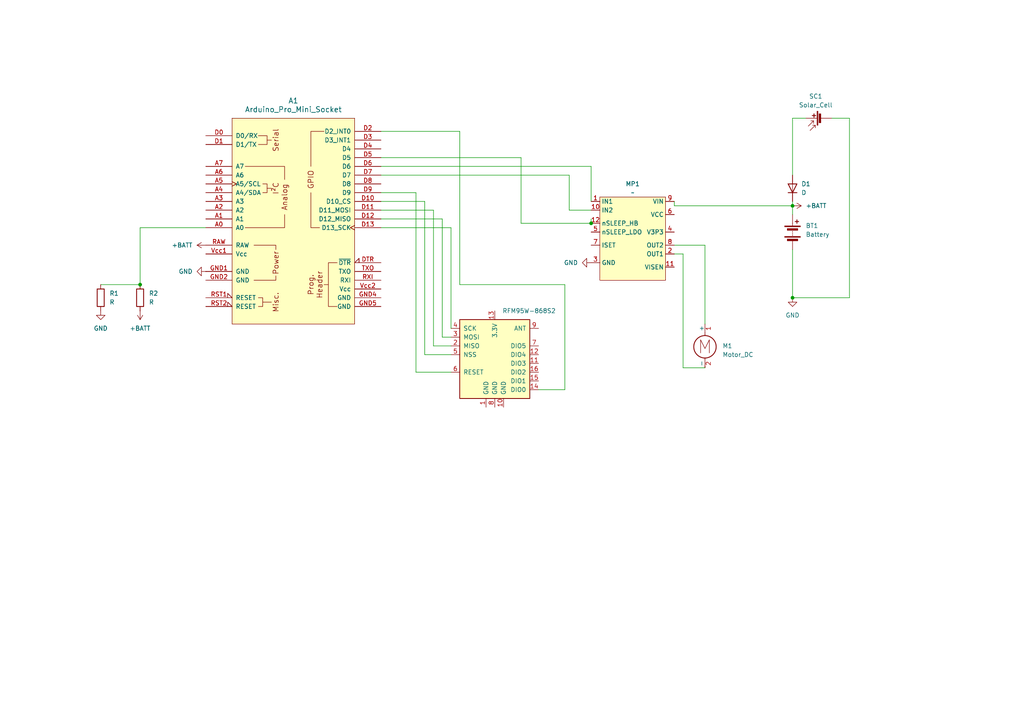
<source format=kicad_sch>
(kicad_sch (version 20231120) (generator "eeschema") (generator_version "8.0")
  (paper "A4")
  (lib_symbols
    (symbol "Device:Battery" (pin_numbers hide) (pin_names (offset 0) hide)
      (property "Reference" "BT" (at 2.54 2.54 0))
      (property "Value" "Battery" (at 2.54 0 0))
      (symbol "Battery_0_1"
        (rectangle (start -2.286 -1.27) (end 2.286 -1.524) (fill (type outline)))
        (rectangle (start -2.286 1.778) (end 2.286 1.524) (fill (type outline)))
        (rectangle (start -1.524 -2.032) (end 1.524 -2.54) (fill (type outline)))
        (rectangle (start -1.524 1.016) (end 1.524 0.508) (fill (type outline)))
        (polyline (pts (xy 0 -1.016) (xy 0 -0.762)))
        (polyline (pts (xy 0 -0.508) (xy 0 -0.254)))
        (polyline (pts (xy 0 0) (xy 0 0.254)))
        (polyline (pts (xy 0 1.778) (xy 0 2.54)))
        (polyline (pts (xy 0.762 3.048) (xy 1.778 3.048)) (stroke (width 0.254)))
        (polyline (pts (xy 1.27 3.556) (xy 1.27 2.54)) (stroke (width 0.254)))
      )
      (symbol "Battery_1_1"
        (pin passive line (at 0 5.08 270) (length 2.54) (name "+") (number "1"))
        (pin passive line (at 0 -5.08 90) (length 2.54) (name "-") (number "2"))
      )
    )
    (symbol "Device:D" (pin_numbers hide) (pin_names (offset 1.016) hide)
      (property "Reference" "D" (at 0 2.54 0))
      (property "Value" "D" (at 0 -2.54 0))
      (symbol "D_0_1"
        (polyline (pts (xy -1.27 1.27) (xy -1.27 -1.27)) (stroke (width 0.254)))
        (polyline (pts (xy 1.27 0) (xy -1.27 0)))
        (polyline (pts (xy 1.27 1.27) (xy 1.27 -1.27) (xy -1.27 0) (xy 1.27 1.27)) (stroke (width 0.254)))
      )
      (symbol "D_1_1"
        (pin passive line (at -3.81 0 0) (length 2.54) (name "K") (number "1"))
        (pin passive line (at 3.81 0 180) (length 2.54) (name "A") (number "2"))
      )
    )
    (symbol "Device:R" (pin_numbers hide) (pin_names (offset 0))
      (property "Reference" "R" (at 2.032 0 90))
      (property "Value" "R" (at 0 0 90))
      (symbol "R_0_1"
        (rectangle (start -1.016 -2.54) (end 1.016 2.54) (stroke (width 0.254)))
      )
      (symbol "R_1_1"
        (pin passive line (at 0 3.81 270) (length 1.27) (name "~") (number "1"))
        (pin passive line (at 0 -3.81 90) (length 1.27) (name "~") (number "2"))
      )
    )
    (symbol "Device:Solar_Cell" (pin_numbers hide) (pin_names (offset 0) hide)
      (property "Reference" "SC" (at 2.54 2.54 0))
      (property "Value" "Solar_Cell" (at 2.54 0 0))
      (symbol "Solar_Cell_0_1"
        (rectangle (start -2.032 1.778) (end 2.032 1.524) (fill (type outline)))
        (rectangle (start -1.3208 1.1938) (end 1.27 0.6858) (fill (type outline)))
        (polyline (pts (xy -2.032 2.286) (xy -3.556 3.81)))
        (polyline (pts (xy -0.762 2.794) (xy -2.286 4.318)))
        (polyline (pts (xy 0 0.762) (xy 0 0)))
        (polyline (pts (xy 0 1.778) (xy 0 2.54)))
        (polyline (pts (xy 0.254 2.667) (xy 1.27 2.667)) (stroke (width 0.254)))
        (polyline (pts (xy 0.762 3.175) (xy 0.762 2.159)) (stroke (width 0.254)))
        (polyline (pts (xy -2.032 3.048) (xy -2.032 2.286) (xy -2.794 2.286)))
        (polyline (pts (xy -0.762 3.556) (xy -0.762 2.794) (xy -1.524 2.794)))
      )
      (symbol "Solar_Cell_1_1"
        (pin passive line (at 0 5.08 270) (length 2.54) (name "+") (number "1"))
        (pin passive line (at 0 -2.54 90) (length 2.54) (name "-") (number "2"))
      )
    )
    (symbol "Motor:Motor_DC" (pin_names (offset 0))
      (property "Reference" "M" (at 2.54 2.54 0))
      (property "Value" "Motor_DC" (at 2.54 -5.08 0))
      (symbol "Motor_DC_0_0"
        (polyline (pts (xy -1.27 -3.302) (xy -1.27 0.508) (xy 0 -2.032) (xy 1.27 0.508) (xy 1.27 -3.302)))
      )
      (symbol "Motor_DC_0_1"
        (circle (center 0 -1.524) (radius 3.2512) (stroke (width 0.254)))
        (polyline (pts (xy 0 -7.62) (xy 0 -7.112)))
        (polyline (pts (xy 0 -4.7752) (xy 0 -5.1816)))
        (polyline (pts (xy 0 1.7272) (xy 0 2.0828)))
        (polyline (pts (xy 0 2.032) (xy 0 2.54)))
      )
      (symbol "Motor_DC_1_1"
        (pin passive line (at 0 5.08 270) (length 2.54) (name "+") (number "1"))
        (pin passive line (at 0 -7.62 90) (length 2.54) (name "-") (number "2"))
      )
    )
    (symbol "PCM_arduino-library:Arduino_Pro_Mini_Socket" (pin_names (offset 1.016))
      (property "Reference" "A" (at 0 36.83 0))
      (property "Value" "Arduino_Pro_Mini_Socket" (at 0 33.02 0))
      (symbol "Arduino_Pro_Mini_Socket_0_0"
        (rectangle (start -17.78 30.48) (end 17.78 -29.21) (fill (type background)))
        (polyline (pts (xy -7.62 10.16) (xy -6.35 10.16)))
        (polyline (pts (xy -7.62 24.13) (xy -6.35 24.13)))
        (polyline (pts (xy -6.35 -22.86) (xy -8.89 -22.86)))
        (polyline (pts (xy -11.43 -16.51) (xy -5.08 -16.51) (xy -5.08 -15.24)))
        (polyline (pts (xy -5.08 -7.62) (xy -5.08 -6.35) (xy -11.43 -6.35)))
        (polyline (pts (xy -2.54 2.54) (xy -2.54 -1.27) (xy -13.97 -1.27)))
        (polyline (pts (xy -2.54 12.7) (xy -2.54 16.51) (xy -13.97 16.51)))
        (polyline (pts (xy -10.16 25.4) (xy -7.62 25.4) (xy -7.62 22.86) (xy -10.16 22.86)))
        (polyline (pts (xy -8.89 11.43) (xy -7.62 11.43) (xy -7.62 8.89) (xy -8.89 8.89)))
        (polyline (pts (xy 12.7 -11.43) (xy 10.16 -11.43) (xy 10.16 -16.51) (xy 10.16 -17.78) (xy 8.89 -17.78) (xy 10.16 -17.78) (xy 10.16 -24.13) (xy 12.7 -24.13)))
        (text "Analog" (at -2.54 7.62 900) (effects (font (size 1.524 1.524))))
        (text "Header" (at 7.62 -17.78 900) (effects (font (size 1.524 1.524))))
        (text "I²C" (at -5.08 10.16 900) (effects (font (size 1.524 1.524))))
        (text "Misc." (at -5.08 -22.86 900) (effects (font (size 1.524 1.524))))
        (text "Power" (at -5.08 -11.43 900) (effects (font (size 1.524 1.524))))
        (text "Prog." (at 5.08 -17.78 900) (effects (font (size 1.524 1.524))))
        (text "Serial" (at -5.08 24.13 900) (effects (font (size 1.524 1.524))))
      )
      (symbol "Arduino_Pro_Mini_Socket_0_1"
        (polyline (pts (xy 7.62 -1.27) (xy 5.08 -1.27) (xy 5.08 8.89)))
        (polyline (pts (xy 8.89 26.67) (xy 5.08 26.67) (xy 5.08 16.51)))
        (polyline (pts (xy -10.16 -24.13) (xy -8.89 -24.13) (xy -8.89 -21.59) (xy -10.16 -21.59)))
      )
      (symbol "Arduino_Pro_Mini_Socket_1_0"
        (text "GPIO" (at 5.08 12.7 900) (effects (font (size 1.524 1.524))))
      )
      (symbol "Arduino_Pro_Mini_Socket_1_1"
        (pin bidirectional line (at -25.4 -1.27 0) (length 7.62) (name "A0") (number "A0"))
        (pin bidirectional line (at -25.4 1.27 0) (length 7.62) (name "A1") (number "A1"))
        (pin bidirectional line (at -25.4 3.81 0) (length 7.62) (name "A2") (number "A2"))
        (pin bidirectional line (at -25.4 6.35 0) (length 7.62) (name "A3") (number "A3"))
        (pin bidirectional line (at -25.4 8.89 0) (length 7.62) (name "A4/SDA") (number "A4"))
        (pin bidirectional clock (at -25.4 11.43 0) (length 7.62) (name "A5/SCL") (number "A5"))
        (pin input line (at -25.4 13.97 0) (length 7.62) (name "A6") (number "A6"))
        (pin input line (at -25.4 16.51 0) (length 7.62) (name "A7") (number "A7"))
        (pin bidirectional line (at -25.4 25.4 0) (length 7.62) (name "D0/RX") (number "D0"))
        (pin bidirectional line (at -25.4 22.86 0) (length 7.62) (name "D1/TX") (number "D1"))
        (pin bidirectional line (at 25.4 6.35 180) (length 7.62) (name "D10_CS") (number "D10"))
        (pin bidirectional line (at 25.4 3.81 180) (length 7.62) (name "D11_MOSI") (number "D11"))
        (pin bidirectional line (at 25.4 1.27 180) (length 7.62) (name "D12_MISO") (number "D12"))
        (pin bidirectional clock (at 25.4 -1.27 180) (length 7.62) (name "D13_SCK") (number "D13"))
        (pin bidirectional line (at 25.4 26.67 180) (length 7.62) (name "D2_INT0") (number "D2"))
        (pin bidirectional line (at 25.4 24.13 180) (length 7.62) (name "D3_INT1") (number "D3"))
        (pin bidirectional line (at 25.4 21.59 180) (length 7.62) (name "D4") (number "D4"))
        (pin bidirectional line (at 25.4 19.05 180) (length 7.62) (name "D5") (number "D5"))
        (pin bidirectional line (at 25.4 16.51 180) (length 7.62) (name "D6") (number "D6"))
        (pin bidirectional line (at 25.4 13.97 180) (length 7.62) (name "D7") (number "D7"))
        (pin bidirectional line (at 25.4 11.43 180) (length 7.62) (name "D8") (number "D8"))
        (pin bidirectional line (at 25.4 8.89 180) (length 7.62) (name "D9") (number "D9"))
        (pin input input_low (at 25.4 -11.43 180) (length 7.62) (name "~{DTR}") (number "DTR"))
        (pin power_in line (at -25.4 -13.97 0) (length 7.62) (name "GND") (number "GND1"))
        (pin power_in line (at -25.4 -16.51 0) (length 7.62) (name "GND") (number "GND2"))
        (pin power_in line (at 25.4 -21.59 180) (length 7.62) (name "GND") (number "GND4"))
        (pin power_in line (at 25.4 -24.13 180) (length 7.62) (name "GND") (number "GND5"))
        (pin power_in line (at -25.4 -6.35 0) (length 7.62) (name "RAW") (number "RAW"))
        (pin open_collector input_low (at -25.4 -21.59 0) (length 7.62) (name "RESET") (number "RST1"))
        (pin open_collector input_low (at -25.4 -24.13 0) (length 7.62) (name "RESET") (number "RST2"))
        (pin input line (at 25.4 -16.51 180) (length 7.62) (name "RXI") (number "RXI"))
        (pin output line (at 25.4 -13.97 180) (length 7.62) (name "TXO") (number "TXO"))
        (pin power_in line (at -25.4 -8.89 0) (length 7.62) (name "Vcc") (number "Vcc1"))
        (pin power_in line (at 25.4 -19.05 180) (length 7.62) (name "Vcc") (number "Vcc2"))
      )
    )
    (symbol "RF_Module:RFM95W-868S2" (pin_names (offset 1.016))
      (property "Reference" "U" (at -10.414 11.684 0))
      (property "Value" "RFM95W-868S2" (at 1.524 11.43 0))
      (symbol "RFM95W-868S2_0_1"
        (rectangle (start -10.16 10.16) (end 10.16 -12.7) (stroke (width 0.254)) (fill (type background)))
      )
      (symbol "RFM95W-868S2_1_1"
        (pin power_in line (at -2.54 -15.24 90) (length 2.54) (name "GND") (number "1"))
        (pin power_in line (at 2.54 -15.24 90) (length 2.54) (name "GND") (number "10"))
        (pin bidirectional line (at 12.7 -2.54 180) (length 2.54) (name "DIO3") (number "11"))
        (pin bidirectional line (at 12.7 0 180) (length 2.54) (name "DIO4") (number "12"))
        (pin power_in line (at 0 12.7 270) (length 2.54) (name "3.3V") (number "13"))
        (pin bidirectional line (at 12.7 -10.16 180) (length 2.54) (name "DIO0") (number "14"))
        (pin bidirectional line (at 12.7 -7.62 180) (length 2.54) (name "DIO1") (number "15"))
        (pin bidirectional line (at 12.7 -5.08 180) (length 2.54) (name "DIO2") (number "16"))
        (pin output line (at -12.7 2.54 0) (length 2.54) (name "MISO") (number "2"))
        (pin input line (at -12.7 5.08 0) (length 2.54) (name "MOSI") (number "3"))
        (pin input line (at -12.7 7.62 0) (length 2.54) (name "SCK") (number "4"))
        (pin input line (at -12.7 0 0) (length 2.54) (name "NSS") (number "5"))
        (pin bidirectional line (at -12.7 -5.08 0) (length 2.54) (name "RESET") (number "6"))
        (pin bidirectional line (at 12.7 2.54 180) (length 2.54) (name "DIO5") (number "7"))
        (pin power_in line (at 0 -15.24 90) (length 2.54) (name "GND") (number "8"))
        (pin bidirectional line (at 12.7 7.62 180) (length 2.54) (name "ANT") (number "9"))
      )
    )
    (symbol "power:+BATT" (power) (pin_numbers hide) (pin_names (offset 0) hide)
      (property "Value" "+BATT" (at 0 3.556 0))
      (symbol "+BATT_0_1"
        (polyline (pts (xy -0.762 1.27) (xy 0 2.54)))
        (polyline (pts (xy 0 0) (xy 0 2.54)))
        (polyline (pts (xy 0 2.54) (xy 0.762 1.27)))
      )
      (symbol "+BATT_1_1"
        (pin power_in line (at 0 0 90) (length 0) (name "~") (number "1"))
      )
    )
    (symbol "power:GND" (power) (pin_numbers hide) (pin_names (offset 0) hide)
      (property "Value" "GND" (at 0 -3.81 0))
      (symbol "GND_0_1"
        (polyline (pts (xy 0 0) (xy 0 -1.27) (xy 1.27 -1.27) (xy 0 -2.54) (xy -1.27 -1.27) (xy 0 -1.27)))
      )
      (symbol "GND_1_1"
        (pin power_in line (at 0 0 270) (length 0) (name "~") (number "1"))
      )
    )
    (symbol "watering:Driver_Motor{colon}Pololu_MP6550"
      (property "Reference" "MP1" (at -0.635 16.51 0))
      (property "Value" "~" (at -0.635 13.97 0))
      (symbol "Driver_Motor{colon}Pololu_MP6550_1_1"
        (rectangle (start -10.16 12.7) (end 8.89 -11.43) (fill (type background)))
        (pin input line (at -12.7 11.43 0) (length 2.54) (name "IN1") (number "1"))
        (pin input line (at -12.7 8.89 0) (length 2.54) (name "IN2") (number "10"))
        (pin input line (at 11.43 -7.62 180) (length 2.54) (name "VISEN") (number "11"))
        (pin input line (at -12.7 5.08 0) (length 2.54) (name "nSLEEP_HB") (number "12"))
        (pin output line (at 11.43 -3.81 180) (length 2.54) (name "OUT1") (number "2"))
        (pin power_out line (at -12.7 -6.35 0) (length 2.54) (name "GND") (number "3"))
        (pin power_out line (at 11.43 2.54 180) (length 2.54) (name "V3P3") (number "4"))
        (pin input line (at -12.7 2.54 0) (length 2.54) (name "nSLEEP_LDO") (number "5"))
        (pin power_in line (at 11.43 7.62 180) (length 2.54) (name "VCC") (number "6"))
        (pin free line (at -12.7 -1.27 0) (length 2.54) (name "ISET") (number "7"))
        (pin output line (at 11.43 -1.27 180) (length 2.54) (name "OUT2") (number "8"))
        (pin power_in line (at 11.43 11.43 180) (length 2.54) (name "VIN") (number "9"))
      )
    )
  )
  (junction (at 171.45 64.77))
  (junction (at 229.87 59.69))
  (junction (at 229.87 86.36))
  (junction (at 40.64 82.55))
  (wire (pts (xy 229.87 59.69) (xy 229.87 62.23)))
  (wire (pts (xy 229.87 72.39) (xy 229.87 86.36)))
  (wire (pts (xy 151.13 64.77) (xy 171.45 64.77)))
  (wire (pts (xy 229.87 59.69) (xy 195.58 59.69)))
  (wire (pts (xy 165.1 50.8) (xy 165.1 60.96)))
  (wire (pts (xy 123.19 58.42) (xy 123.19 102.87)))
  (wire (pts (xy 163.83 82.55) (xy 133.35 82.55)))
  (wire (pts (xy 110.49 63.5) (xy 128.27 63.5)))
  (wire (pts (xy 110.49 50.8) (xy 165.1 50.8)))
  (wire (pts (xy 195.58 73.66) (xy 198.12 73.66)))
  (wire (pts (xy 110.49 55.88) (xy 120.65 55.88)))
  (wire (pts (xy 128.27 63.5) (xy 128.27 97.79)))
  (wire (pts (xy 241.3 34.29) (xy 246.38 34.29)))
  (wire (pts (xy 171.45 48.26) (xy 171.45 58.42)))
  (wire (pts (xy 110.49 38.1) (xy 133.35 38.1)))
  (wire (pts (xy 246.38 34.29) (xy 246.38 86.36)))
  (wire (pts (xy 110.49 48.26) (xy 171.45 48.26)))
  (wire (pts (xy 110.49 45.72) (xy 151.13 45.72)))
  (wire (pts (xy 171.45 63.5) (xy 171.45 64.77)))
  (wire (pts (xy 151.13 45.72) (xy 151.13 64.77)))
  (wire (pts (xy 123.19 102.87) (xy 130.81 102.87)))
  (wire (pts (xy 128.27 97.79) (xy 130.81 97.79)))
  (wire (pts (xy 29.21 82.55) (xy 40.64 82.55)))
  (wire (pts (xy 165.1 60.96) (xy 171.45 60.96)))
  (wire (pts (xy 125.73 60.96) (xy 125.73 100.33)))
  (wire (pts (xy 229.87 86.36) (xy 246.38 86.36)))
  (wire (pts (xy 110.49 60.96) (xy 125.73 60.96)))
  (wire (pts (xy 163.83 113.03) (xy 163.83 82.55)))
  (wire (pts (xy 198.12 73.66) (xy 198.12 106.68)))
  (wire (pts (xy 233.68 34.29) (xy 229.87 34.29)))
  (wire (pts (xy 204.47 71.12) (xy 204.47 93.98)))
  (wire (pts (xy 110.49 66.04) (xy 130.81 66.04)))
  (wire (pts (xy 133.35 82.55) (xy 133.35 38.1)))
  (wire (pts (xy 125.73 100.33) (xy 130.81 100.33)))
  (wire (pts (xy 59.69 66.04) (xy 40.64 66.04)))
  (wire (pts (xy 130.81 66.04) (xy 130.81 95.25)))
  (wire (pts (xy 40.64 66.04) (xy 40.64 82.55)))
  (wire (pts (xy 195.58 71.12) (xy 204.47 71.12)))
  (wire (pts (xy 156.21 113.03) (xy 163.83 113.03)))
  (wire (pts (xy 110.49 58.42) (xy 123.19 58.42)))
  (wire (pts (xy 120.65 107.95) (xy 130.81 107.95)))
  (wire (pts (xy 198.12 106.68) (xy 204.47 106.68)))
  (wire (pts (xy 120.65 55.88) (xy 120.65 107.95)))
  (wire (pts (xy 195.58 59.69) (xy 195.58 58.42)))
  (wire (pts (xy 229.87 58.42) (xy 229.87 59.69)))
  (wire (pts (xy 229.87 34.29) (xy 229.87 50.8)))
  (symbol (lib_id "power:+BATT") (at 40.64 90.17 180) (unit 1)
    (property "Reference" "#PWR07" (effects (hide yes)))
    (property "Value" "+BATT" (at 40.64 95.25 0))
    (property "Description" "Power symbol creates a global label with name \"+BATT\"" (effects (hide yes)))
  )
  (symbol (lib_id "Device:R") (at 40.64 86.36 0) (unit 1)
    (property "Reference" "R2" (at 43.18 85.0899 0) (effects (justify left)))
    (property "Value" "R" (at 43.18 87.6299 0) (effects (justify left)))
    (property "Footprint" "Resistor_THT:R_Axial_DIN0207_L6.3mm_D2.5mm_P10.16mm_Horizontal" (effects (hide yes)))
    (property "Description" "Resistor" (effects (hide yes)))
  )
  (symbol (lib_id "Device:Solar_Cell") (at 238.76 34.29 90) (unit 1)
    (property "Reference" "SC1" (at 236.601 27.94 90))
    (property "Value" "Solar_Cell" (at 236.601 30.48 90))
    (property "Footprint" "Connector_JST:JST_EH_B2B-EH-A_1x02_P2.50mm_Vertical" (effects (hide yes)))
    (property "Description" "Single solar cell" (effects (hide yes)))
  )
  (symbol (lib_id "Device:R") (at 29.21 86.36 0) (unit 1)
    (property "Reference" "R1" (at 31.75 85.0899 0) (effects (justify left)))
    (property "Value" "R" (at 31.75 87.6299 0) (effects (justify left)))
    (property "Footprint" "Resistor_THT:R_Axial_DIN0207_L6.3mm_D2.5mm_P10.16mm_Horizontal" (effects (hide yes)))
    (property "Description" "Resistor" (effects (hide yes)))
  )
  (symbol (lib_id "power:GND") (at 171.45 76.2 270) (unit 1)
    (property "Reference" "#PWR05" (effects (hide yes)))
    (property "Value" "GND" (at 167.64 76.1999 90) (effects (justify right)))
    (property "Description" "Power symbol creates a global label with name \"GND\" , ground" (effects (hide yes)))
  )
  (symbol (lib_id "power:GND") (at 29.21 90.17 0) (unit 1)
    (property "Reference" "#PWR06" (effects (hide yes)))
    (property "Value" "GND" (at 29.21 95.25 0))
    (property "Description" "Power symbol creates a global label with name \"GND\" , ground" (effects (hide yes)))
  )
  (symbol (lib_id "power:+BATT") (at 59.69 71.12 90) (unit 1)
    (property "Reference" "#PWR03" (effects (hide yes)))
    (property "Value" "+BATT" (at 55.88 71.1199 90) (effects (justify left)))
    (property "Description" "Power symbol creates a global label with name \"+BATT\"" (effects (hide yes)))
  )
  (symbol (lib_id "PCM_arduino-library:Arduino_Pro_Mini_Socket") (at 85.09 64.77 0) (unit 1)
    (property "Reference" "A1" (at 85.09 29.21 0) (effects (font (size 1.524 1.524))))
    (property "Value" "Arduino_Pro_Mini_Socket" (at 85.09 31.75 0) (effects (font (size 1.524 1.524))))
    (property "Footprint" "PCM_arduino-library:Arduino_Pro_Mini_Socket" (effects (hide yes)))
    (property "Datasheet" "https://docs.arduino.cc/retired/boards/arduino-pro-mini" (effects (hide yes)))
    (property "Description" "Socket for Arduino Pro Mini" (effects (hide yes)))
  )
  (symbol (lib_id "Motor:Motor_DC") (at 204.47 99.06 0) (unit 1)
    (property "Reference" "M1" (at 209.55 100.3299 0) (effects (justify left)))
    (property "Value" "Motor_DC" (at 209.55 102.8699 0) (effects (justify left)))
    (property "Footprint" "Connector_JST:JST_EH_B2B-EH-A_1x02_P2.50mm_Vertical" (effects (hide yes)))
    (property "Description" "DC Motor" (effects (hide yes)))
  )
  (symbol (lib_id "RF_Module:RFM95W-868S2") (at 143.51 102.87 0) (unit 1)
    (property "Reference" "U1" (effects (hide yes)))
    (property "Value" "RFM95W-868S2" (at 145.7041 90.17 0) (effects (justify left)))
    (property "Footprint" "RF_Module:HOPERF_RFM9XW_THT" (effects (hide yes)))
    (property "Datasheet" "https://www.hoperf.com/data/upload/portal/20181127/5bfcbea20e9ef.pdf" (effects (hide yes)))
    (property "Description" "Low power long range transceiver module, SPI and parallel interface, 868 MHz, spreading factor 6 to12, bandwidth 7.8 to 500kHz, -111 to -148 dBm, SMD-16, DIP-16" (effects (hide yes)))
  )
  (symbol (lib_id "Device:Battery") (at 229.87 67.31 0) (unit 1)
    (property "Reference" "BT1" (at 233.68 65.4684 0) (effects (justify left)))
    (property "Value" "Battery" (at 233.68 68.0084 0) (effects (justify left)))
    (property "Footprint" "Connector_JST:JST_EH_B2B-EH-A_1x02_P2.50mm_Vertical" (effects (hide yes)))
    (property "Description" "Multiple-cell battery" (effects (hide yes)))
  )
  (symbol (lib_id "power:GND") (at 59.69 78.74 270) (unit 1)
    (property "Reference" "#PWR04" (effects (hide yes)))
    (property "Value" "GND" (at 55.88 78.7399 90) (effects (justify right)))
    (property "Description" "Power symbol creates a global label with name \"GND\" , ground" (effects (hide yes)))
  )
  (symbol (lib_id "power:+BATT") (at 229.87 59.69 270) (unit 1)
    (property "Reference" "#PWR02" (effects (hide yes)))
    (property "Value" "+BATT" (at 233.68 59.6899 90) (effects (justify left)))
    (property "Description" "Power symbol creates a global label with name \"+BATT\"" (effects (hide yes)))
  )
  (symbol (lib_id "power:GND") (at 229.87 86.36 0) (unit 1)
    (property "Reference" "#PWR01" (effects (hide yes)))
    (property "Value" "GND" (at 229.87 91.44 0))
    (property "Description" "Power symbol creates a global label with name \"GND\" , ground" (effects (hide yes)))
  )
  (symbol (lib_id "Device:D") (at 229.87 54.61 90) (unit 1)
    (property "Reference" "D1" (at 232.41 53.3399 90) (effects (justify right)))
    (property "Value" "D" (at 232.41 55.8799 90) (effects (justify right)))
    (property "Footprint" "Diode_THT:D_T-1_P10.16mm_Horizontal" (effects (hide yes)))
    (property "Description" "Diode" (effects (hide yes)))
    (property "Sim.Device" "D" (effects (hide yes)))
    (property "Sim.Pins" "1=K 2=A" (effects (hide yes)))
  )
  (symbol (lib_id "watering:Driver_Motor{colon}Pololu_MP6550") (at 184.15 69.85 0) (unit 1)
    (property "Reference" "MP1" (at 183.515 53.34 0))
    (property "Value" "~" (at 183.515 55.88 0))
    (property "Footprint" "watering:MP6550" (effects (hide yes)))
  )
)
</source>
